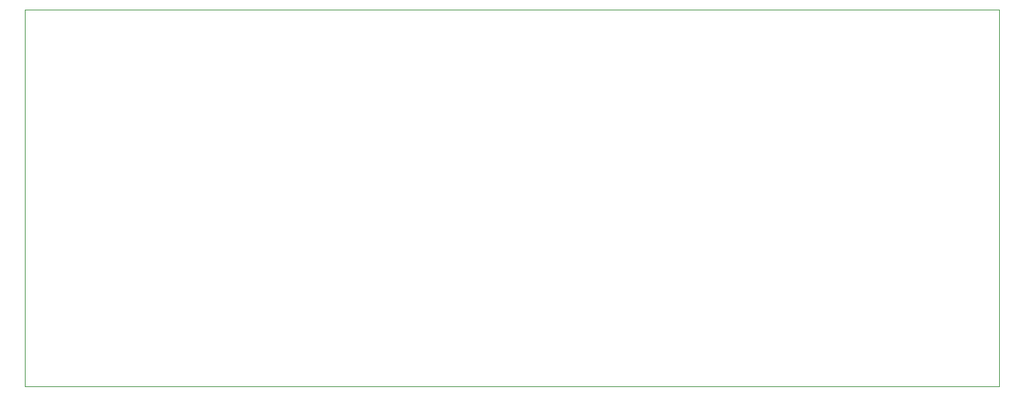
<source format=gbr>
G04 #@! TF.GenerationSoftware,KiCad,Pcbnew,5.1.9-73d0e3b20d~88~ubuntu18.04.1*
G04 #@! TF.CreationDate,2021-01-11T20:19:43+02:00*
G04 #@! TF.ProjectId,iPod nano 6 LCD,69506f64-206e-4616-9e6f-2036204c4344,rev?*
G04 #@! TF.SameCoordinates,Original*
G04 #@! TF.FileFunction,Profile,NP*
%FSLAX46Y46*%
G04 Gerber Fmt 4.6, Leading zero omitted, Abs format (unit mm)*
G04 Created by KiCad (PCBNEW 5.1.9-73d0e3b20d~88~ubuntu18.04.1) date 2021-01-11 20:19:43*
%MOMM*%
%LPD*%
G01*
G04 APERTURE LIST*
G04 #@! TA.AperFunction,Profile*
%ADD10C,0.050000*%
G04 #@! TD*
G04 APERTURE END LIST*
D10*
X157800000Y-97790000D02*
X237236000Y-97790000D01*
X237236000Y-51562000D02*
X237236000Y-97790000D01*
X237236000Y-51562000D02*
X117800000Y-51562000D01*
X117800000Y-51562000D02*
X117800000Y-97790000D01*
X157800000Y-97790000D02*
X117800000Y-97790000D01*
M02*

</source>
